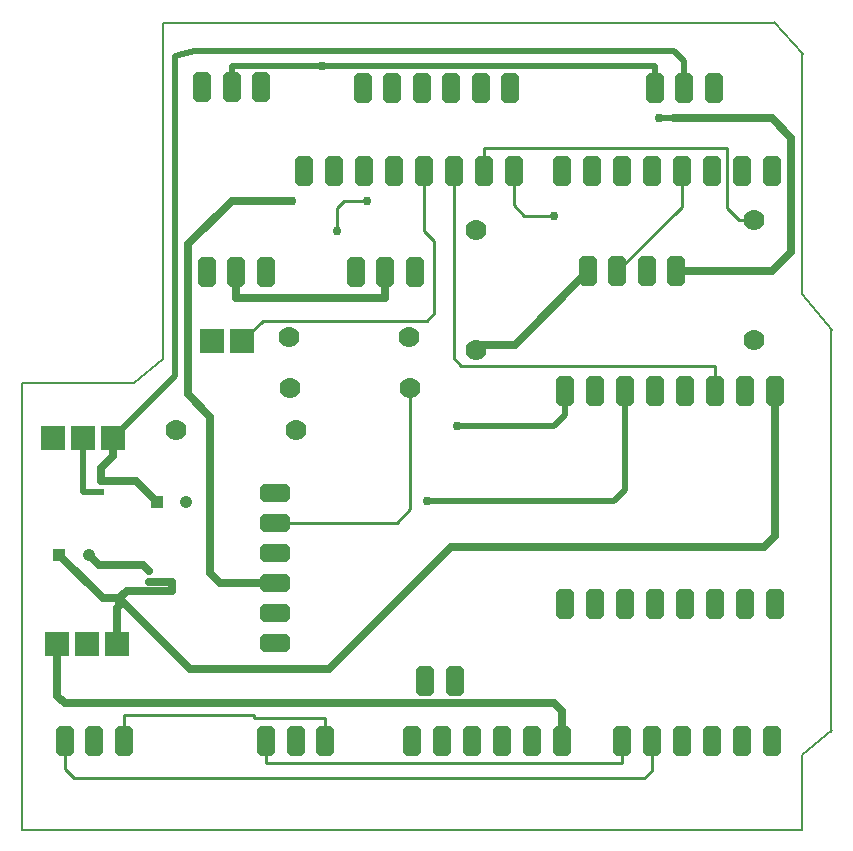
<source format=gbr>
G04 PROTEUS RS274X GERBER FILE*
%FSLAX26Y26*%
%MOIN*%
G01*
%ADD10C,0.010000*%
%ADD11C,0.020000*%
%ADD12C,0.025000*%
%ADD13C,0.030000*%
%AMDIL004*
4,1,8,
-0.030000,0.038000,-0.018000,0.050000,0.018000,0.050000,0.030000,0.038000,0.030000,-0.038000,
0.018000,-0.050000,-0.018000,-0.050000,-0.030000,-0.038000,-0.030000,0.038000,
0*%
%ADD14DIL004*%
%AMDIL005*
4,1,8,
-0.050000,0.018000,-0.038000,0.030000,0.038000,0.030000,0.050000,0.018000,0.050000,-0.018000,
0.038000,-0.030000,-0.038000,-0.030000,-0.050000,-0.018000,-0.050000,0.018000,
0*%
%ADD15DIL005*%
%ADD16C,0.070000*%
%ADD17R,0.080000X0.080000*%
%ADD18R,0.041339X0.041339*%
%ADD19C,0.010000*%
%ADD70C,0.041339*%
%ADD71R,0.024000X0.024000*%
%ADD20C,0.008000*%
D10*
X+846181Y-1272873D02*
X+1250000Y-1272873D01*
X+1295000Y-1227873D01*
X+1295000Y-825000D01*
X+2000000Y-2000000D02*
X+2000000Y-2075000D01*
X+814929Y-2075000D01*
X+814929Y-1999929D01*
X+2100000Y-2000000D02*
X+2100000Y-2100000D01*
X+2075000Y-2125000D01*
X+175000Y-2125000D01*
X+143937Y-2093937D01*
X+143937Y-2001142D01*
D11*
X+1350000Y-1200000D02*
X+1975000Y-1200000D01*
X+2010000Y-1165000D01*
X+2010000Y-835000D01*
D10*
X+2010000Y-835000D01*
D11*
X+1450000Y-950000D02*
X+1775000Y-950000D01*
X+1810000Y-915000D01*
X+1810000Y-835000D01*
D10*
X+1810000Y-835000D01*
X+1440000Y-100000D02*
X+1440000Y-725000D01*
X+1465000Y-750000D01*
X+2310000Y-750000D01*
X+2310000Y-835000D01*
X+1340000Y-100000D02*
X+1340000Y-300000D01*
X+1375000Y-335000D01*
X+1375000Y-575000D01*
X+1350000Y-600000D01*
X+804646Y-600000D01*
X+736496Y-668150D01*
X+1050000Y-300000D02*
X+1050000Y-225000D01*
X+1075000Y-200000D01*
X+1150000Y-200000D01*
X+2200000Y-100000D02*
X+2200000Y-221213D01*
X+1986063Y-435150D01*
X+1775000Y-250000D02*
X+1675000Y-250000D01*
X+1640000Y-215000D01*
X+1640000Y-100000D01*
X+1540000Y-100000D02*
X+1540000Y-25000D01*
X+2350000Y-25000D01*
X+2350000Y-223000D01*
X+2390000Y-263000D01*
X+2440000Y-263000D01*
D11*
X+2111126Y+175244D02*
X+2111126Y+250000D01*
X+1000000Y+250000D01*
X+700276Y+250000D01*
X+700276Y+178307D01*
X+205000Y-990000D02*
X+205000Y-1170433D01*
X+265000Y-1170433D01*
D12*
X+224213Y-1380000D02*
X+259213Y-1415000D01*
X+405433Y-1415000D01*
X+425000Y-1434567D01*
D10*
X+1011780Y-1999929D02*
X+1011780Y-1925000D01*
X+775000Y-1925000D01*
D12*
X+716535Y-437520D02*
X+716535Y-525000D01*
X+1213150Y-525000D01*
X+1213150Y-436339D01*
X+1516024Y-696654D02*
X+1516024Y-678654D01*
X+1644134Y-678654D01*
X+1887638Y-435150D01*
D10*
X+775000Y-1925000D02*
X+775000Y-1915000D01*
X+340787Y-1915000D01*
X+340787Y-2001142D01*
D12*
X+325000Y-1525000D02*
X+270787Y-1525000D01*
X+125787Y-1380000D01*
X+325000Y-1525000D02*
X+350000Y-1500000D01*
X+425000Y-1500000D01*
X+325000Y-1525000D02*
X+325000Y-1550000D01*
X+318283Y-1556717D01*
X+318283Y-1676000D01*
X+425000Y-1500000D02*
X+500000Y-1500000D01*
X+500000Y-1470000D01*
X+425000Y-1470000D01*
X+265000Y-1135000D02*
X+380787Y-1135000D01*
X+450787Y-1205000D01*
X+305000Y-990000D02*
X+305000Y-1050000D01*
X+265000Y-1090000D01*
X+265000Y-1135000D01*
X+118283Y-1676000D02*
X+118283Y-1850000D01*
X+143283Y-1875000D01*
X+1775000Y-1875000D01*
X+1800000Y-1900000D01*
X+1800000Y-2000000D01*
X+325000Y-1525000D02*
X+560000Y-1760000D01*
X+1025000Y-1760000D01*
X+1433078Y-1351922D01*
X+2475000Y-1351922D01*
X+2510000Y-1316922D01*
X+2510000Y-835000D01*
D11*
X+305000Y-990000D02*
X+510000Y-785000D01*
X+510000Y+283750D01*
X+575000Y+300000D01*
X+2175000Y+300000D01*
X+2209551Y+265449D01*
X+2209551Y+175244D01*
D12*
X+900000Y-200000D02*
X+700000Y-200000D01*
X+555000Y-345000D01*
X+555000Y-845000D01*
X+629298Y-919298D01*
X+629298Y-1439999D01*
X+662172Y-1472873D01*
X+846181Y-1472873D01*
X+2182913Y-435150D02*
X+2500000Y-435150D01*
X+2565000Y-370150D01*
X+2565000Y+10000D01*
X+2500000Y+75000D01*
X+2175000Y+75000D01*
D11*
X+2125000Y+75000D01*
D13*
X+1350000Y-1200000D03*
X+1450000Y-950000D03*
X+1150000Y-200000D03*
X+1050000Y-300000D03*
X+1775000Y-250000D03*
X+1000000Y+250000D03*
X+900000Y-200000D03*
X+2125000Y+75000D03*
D14*
X+1300000Y-2000000D03*
X+1400000Y-2000000D03*
X+1500000Y-2000000D03*
X+1600000Y-2000000D03*
X+1700000Y-2000000D03*
X+1800000Y-2000000D03*
X+2000000Y-2000000D03*
X+2100000Y-2000000D03*
X+2200000Y-2000000D03*
X+2300000Y-2000000D03*
X+2400000Y-2000000D03*
X+2500000Y-2000000D03*
X+940000Y-100000D03*
X+1040000Y-100000D03*
X+1140000Y-100000D03*
X+1240000Y-100000D03*
X+1340000Y-100000D03*
X+1440000Y-100000D03*
X+1540000Y-100000D03*
X+1640000Y-100000D03*
X+1800000Y-100000D03*
X+1900000Y-100000D03*
X+2000000Y-100000D03*
X+2100000Y-100000D03*
X+2200000Y-100000D03*
X+2300000Y-100000D03*
X+2400000Y-100000D03*
X+2500000Y-100000D03*
X+601850Y+178307D03*
X+700276Y+178307D03*
X+798701Y+178307D03*
X+2111126Y+175244D03*
X+2209551Y+175244D03*
X+2307976Y+175244D03*
X+143937Y-2001142D03*
X+242362Y-2001142D03*
X+340787Y-2001142D03*
X+814929Y-1999929D03*
X+913354Y-1999929D03*
X+1011780Y-1999929D03*
X+1887638Y-435150D03*
X+1986063Y-435150D03*
X+2084488Y-435150D03*
X+2182913Y-435150D03*
X+618110Y-437520D03*
X+716535Y-437520D03*
X+814961Y-437520D03*
X+1114724Y-436339D03*
X+1213150Y-436339D03*
X+1311575Y-436339D03*
X+1345000Y-1800000D03*
X+1443426Y-1800000D03*
D15*
X+846181Y-1172873D03*
X+846181Y-1272873D03*
X+846181Y-1372873D03*
X+846181Y-1472873D03*
X+846181Y-1572873D03*
X+846181Y-1672873D03*
D16*
X+1516024Y-296654D03*
X+1516024Y-696654D03*
X+2440000Y-663000D03*
X+2440000Y-263000D03*
D17*
X+636496Y-668150D03*
X+736496Y-668150D03*
D14*
X+1137795Y+177165D03*
X+1236220Y+177165D03*
X+1334646Y+177165D03*
X+1433071Y+177165D03*
X+1531496Y+177165D03*
X+1629921Y+177165D03*
D16*
X+890276Y-653260D03*
X+1290276Y-653260D03*
D14*
X+2510000Y-835000D03*
X+2410000Y-835000D03*
X+2310000Y-835000D03*
X+2210000Y-835000D03*
X+2110000Y-835000D03*
X+2010000Y-835000D03*
X+1910000Y-835000D03*
X+1810000Y-835000D03*
X+1810000Y-1545000D03*
X+1910000Y-1545000D03*
X+2010000Y-1545000D03*
X+2110000Y-1545000D03*
X+2210000Y-1545000D03*
X+2310000Y-1545000D03*
X+2410000Y-1545000D03*
X+2510000Y-1545000D03*
D17*
X+118283Y-1676000D03*
X+218283Y-1676000D03*
X+318283Y-1676000D03*
X+105000Y-990000D03*
X+205000Y-990000D03*
X+305000Y-990000D03*
D18*
X+125787Y-1380000D03*
D19*
X+125787Y-1380000D03*
D70*
X+224213Y-1380000D03*
D18*
X+450787Y-1205000D03*
D19*
X+450787Y-1205000D03*
D70*
X+549213Y-1205000D03*
D71*
X+425000Y-1470000D03*
X+425000Y-1434567D03*
X+265000Y-1135000D03*
X+265000Y-1170433D03*
D16*
X+895000Y-825000D03*
X+1295000Y-825000D03*
X+515000Y-965000D03*
X+915000Y-965000D03*
D20*
X+472441Y+393701D02*
X+2503937Y+393701D01*
X+0Y-807087D02*
X+0Y-2295276D01*
X+2602362Y-2295276D01*
X+2602362Y+295276D02*
X+2602362Y-511811D01*
X+2696850Y-629921D02*
X+2696850Y-1968504D01*
X+0Y-807087D02*
X+374016Y-807087D01*
X+472441Y-728346D02*
X+472441Y+393701D01*
X+2602362Y-2047244D02*
X+2602362Y-2295276D01*
X+2700787Y-1964567D02*
X+2602362Y-2047244D01*
X+2602362Y-511811D02*
X+2700787Y-629921D01*
X+472441Y-728346D02*
X+374016Y-807087D01*
X+2606299Y+291339D02*
X+2507874Y+397638D01*
M02*

</source>
